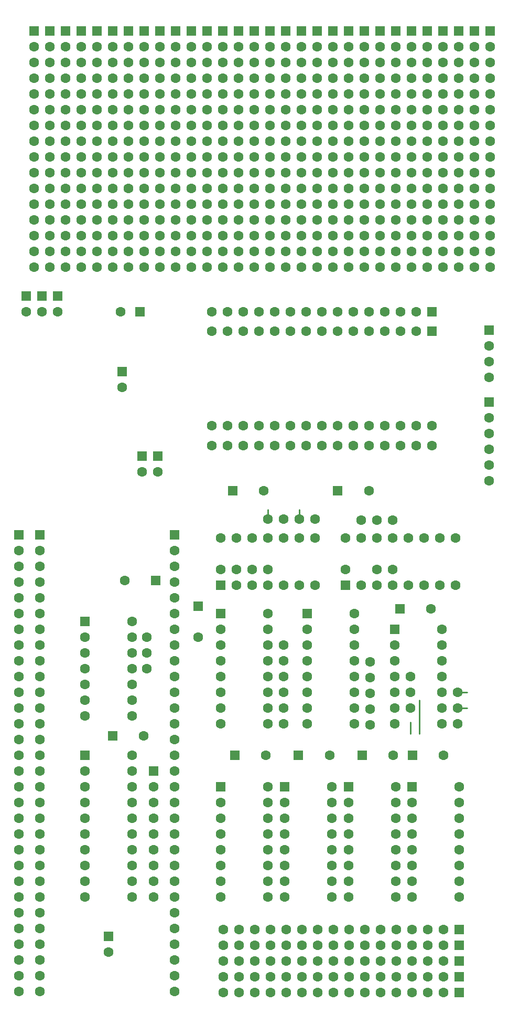
<source format=gbs>
%FSLAX46Y46*%
%MOIN*%
G01*
G75*
%ADD10C,0.063000*%
%AMRECT11*21,1,0.063000,0.063000,0.0,0.0,0.000000*%
%ADD11RECT11*%
%AMRECT12*21,1,0.063000,0.063000,0.0,0.0,-90.000000*%
%ADD12RECT12*%
%AMRECT13*21,1,0.063000,0.063000,0.0,0.0,-180.000000*%
%ADD13RECT13*%
%AMRECT14*21,1,0.063000,0.063000,0.0,0.0,-270.000000*%
%ADD14RECT14*%
%ADD15C,0.010000*%
D10*
X1818750Y1933600D03*
X950000Y2483600D03*
X2625000Y2233600D03*
X2368750Y1927350D03*
X1818750Y2233600D03*
X1818750Y2333600D03*
X2925000Y2033600D03*
X2625000Y2033600D03*
X2368750Y2127350D03*
X1818750Y2033600D03*
X1818750Y2133600D03*
X1818750Y2433600D03*
X2368750Y2327350D03*
X2925000Y1933600D03*
X2625000Y2133600D03*
X2368750Y2027350D03*
X2368750Y2227350D03*
X2925000Y2133600D03*
X950000Y2283600D03*
X950000Y2383600D03*
X1718750Y3233600D03*
X1418750Y2914850D03*
X1818750Y3233600D03*
X2512500Y2914850D03*
X1618750Y2914850D03*
X1518750Y2914850D03*
X1918750Y3233600D03*
X1718750Y2914850D03*
X2412500Y2914850D03*
X2412500Y3227350D03*
X2512500Y3227350D03*
X2312500Y3227350D03*
X2212500Y2914850D03*
X2131250Y5433600D03*
X2231250Y6233600D03*
X1131250Y5333600D03*
X231250Y6133600D03*
X1131250Y5033600D03*
X2031250Y5633600D03*
X3131250Y5633600D03*
X3031250Y5533600D03*
X2831250Y6033600D03*
X1931250Y5333600D03*
X137500Y1133600D03*
X2731250Y5233600D03*
X831250Y6033600D03*
X631250Y5233600D03*
X1331250Y5133600D03*
X1718750Y1033600D03*
X1125000Y733600D03*
X1431250Y6233600D03*
X1718750Y2533600D03*
X268750Y833600D03*
X1431250Y5533600D03*
X918750Y3533600D03*
X1831250Y5433600D03*
X2231250Y5633600D03*
X831250Y5433600D03*
X1125000Y2833600D03*
X2268750Y2233600D03*
X993750Y1333600D03*
X2031250Y5933600D03*
X268750Y2133600D03*
X2931250Y5233600D03*
X2831250Y4933600D03*
X268750Y1133600D03*
X1125000Y333600D03*
X231250Y5233600D03*
X2937500Y1333600D03*
X2631250Y5033600D03*
X2631250Y5533600D03*
X3031250Y5933600D03*
X1031250Y4833600D03*
X1431250Y5933600D03*
X2031250Y5233600D03*
X268750Y1033600D03*
X1731250Y5133600D03*
X1718750Y2033600D03*
X1718750Y833600D03*
X2731250Y5533600D03*
X1931250Y4933600D03*
X2937500Y833600D03*
X3131250Y4933600D03*
X631250Y5033600D03*
X2125000Y1133600D03*
X1131250Y4933600D03*
X1331250Y6233600D03*
X2531250Y1533600D03*
X1631250Y5433600D03*
X268750Y2333600D03*
X3031250Y4933600D03*
X1731250Y6033600D03*
X1831250Y5233600D03*
X431250Y5433600D03*
X2831250Y6133600D03*
X2931250Y4933600D03*
X331250Y5933600D03*
X2531250Y6033600D03*
X1031250Y5533600D03*
X3131250Y4833600D03*
X1231250Y5233600D03*
X1731250Y5633600D03*
X2931250Y5733600D03*
X2825000Y2233600D03*
X2931250Y5033600D03*
X1331250Y6133600D03*
X137500Y433600D03*
X2931250Y5833600D03*
X631250Y5733600D03*
X731250Y5833600D03*
X231250Y5533600D03*
X2231250Y5333600D03*
X137500Y1233600D03*
X1531250Y5733600D03*
X2268750Y1933600D03*
X137500Y333600D03*
X531250Y6233600D03*
X1931250Y5233600D03*
X1131250Y6133600D03*
X1125000Y1133600D03*
X2531250Y5133600D03*
X1931250Y6033600D03*
X2231250Y5233600D03*
X431250Y5733600D03*
X231250Y5633600D03*
X1931250Y5133600D03*
X2531250Y1133600D03*
X1831250Y6033600D03*
X531250Y5933600D03*
X2531250Y5633600D03*
X3031250Y5733600D03*
X1231250Y5933600D03*
X2831250Y5933600D03*
X2331250Y6233600D03*
X1931250Y5833600D03*
X268750Y3033600D03*
X831250Y5933600D03*
X1718750Y1333600D03*
X137500Y1533600D03*
X2231250Y6033600D03*
X2031250Y5033600D03*
X1931250Y5033600D03*
X731250Y5233600D03*
X1931250Y5533600D03*
X268750Y633600D03*
X268750Y2033600D03*
X431250Y6133600D03*
X231250Y5833600D03*
X431250Y5233600D03*
X1125000Y1233600D03*
X856250Y2083600D03*
X2431250Y5333600D03*
X2531250Y933600D03*
X2931250Y6133600D03*
X1531250Y4933600D03*
X2931250Y5133600D03*
X2931250Y4833600D03*
X3031250Y5433600D03*
X1031250Y5333600D03*
X2331250Y5633600D03*
X1125000Y433600D03*
X2431250Y5433600D03*
X2231250Y4933600D03*
X2331250Y5033600D03*
X2268750Y2533600D03*
X1531250Y5333600D03*
X631250Y5333600D03*
X1331250Y5933600D03*
X1831250Y5733600D03*
X268750Y733600D03*
X1331250Y5733600D03*
X2431250Y5633600D03*
X1931250Y6133600D03*
X1131250Y6233600D03*
X3125000Y4333600D03*
X631250Y5533600D03*
X1231250Y6233600D03*
X2831250Y5633600D03*
X1531250Y6033600D03*
X3031250Y5033600D03*
X331250Y5633600D03*
X137500Y633600D03*
X1931250Y5633600D03*
X3031250Y6233600D03*
X2731250Y5033600D03*
X731250Y5533600D03*
X3131250Y6033600D03*
X3131250Y5733600D03*
X2431250Y5533600D03*
X2431250Y4833600D03*
X1831250Y4833600D03*
X268750Y1533600D03*
X2231250Y6133600D03*
X631250Y5433600D03*
X993750Y933600D03*
X831250Y6133600D03*
X1431250Y5433600D03*
X1831250Y5833600D03*
X856250Y1983600D03*
X331250Y4933600D03*
X2431250Y5933600D03*
X1231250Y5633600D03*
X1718750Y2433600D03*
X1731250Y4933600D03*
X268750Y1733600D03*
X2031250Y4933600D03*
X1718750Y1433600D03*
X137500Y2633600D03*
X2731250Y5633600D03*
X1125000Y1533600D03*
X3031250Y5833600D03*
X631250Y6033600D03*
X1731250Y5933600D03*
X1931250Y5933600D03*
X2931250Y5333600D03*
X2131250Y5233600D03*
X631250Y4833600D03*
X2825000Y2333600D03*
X1631250Y5033600D03*
X1718750Y2633600D03*
X1531250Y5533600D03*
X2431250Y5833600D03*
X2031250Y5333600D03*
X2131250Y5833600D03*
X137500Y2933600D03*
X1131250Y5833600D03*
X331250Y6133600D03*
X1631250Y5633600D03*
X331250Y6033600D03*
X856250Y1233600D03*
X1631250Y5533600D03*
X1125000Y633600D03*
X1731250Y5233600D03*
X1718750Y1133600D03*
X1831250Y5533600D03*
X3125000Y3577350D03*
X1531250Y5833600D03*
X431250Y6233600D03*
X731250Y5633600D03*
X1031250Y5733600D03*
X856250Y2383600D03*
X3125000Y3777350D03*
X2268750Y2633600D03*
X2731250Y6233600D03*
X731250Y5333600D03*
X2631250Y5833600D03*
X831250Y4933600D03*
X2531250Y5233600D03*
X1431250Y5233600D03*
X1231250Y4833600D03*
X931250Y6133600D03*
X2131250Y5733600D03*
X3031250Y4833600D03*
X856250Y1733600D03*
X931250Y5333600D03*
X2531250Y833600D03*
X137500Y1933600D03*
X1125000Y1933600D03*
X2125000Y833600D03*
X2531250Y4933600D03*
X1331250Y4833600D03*
X2131250Y6033600D03*
X1031250Y6233600D03*
X2937500Y1233600D03*
X631250Y5933600D03*
X993750Y1433600D03*
X2631250Y5233600D03*
X1331250Y4933600D03*
X2131250Y4933600D03*
X431250Y5633600D03*
X1531250Y5933600D03*
X1331250Y5333600D03*
X137500Y1633600D03*
X268750Y933600D03*
X137500Y2133600D03*
X2531250Y6233600D03*
X993750Y1133600D03*
X331250Y6233600D03*
X1731250Y4833600D03*
X2937500Y1033600D03*
X1125000Y233600D03*
X268750Y2533600D03*
X2731250Y4933600D03*
X531250Y5533600D03*
X1531250Y5633600D03*
X2231250Y5133600D03*
X1131250Y5633600D03*
X2431250Y5733600D03*
X431250Y4933600D03*
X2931250Y5533600D03*
X1631250Y5133600D03*
X1125000Y933600D03*
X2831250Y5533600D03*
X1718750Y1233600D03*
X137500Y3033600D03*
X531250Y6033600D03*
X2631250Y4933600D03*
X3125000Y4233600D03*
X3031250Y6033600D03*
X2937500Y933600D03*
X1031250Y5933600D03*
X831250Y5833600D03*
X268750Y2233600D03*
X1125000Y3033600D03*
X931250Y5733600D03*
X431250Y5833600D03*
X856250Y933600D03*
X1631250Y6133600D03*
X331250Y4833600D03*
X1031250Y5133600D03*
X2331250Y5433600D03*
X856250Y833600D03*
X831250Y4833600D03*
X1331250Y5233600D03*
X2931250Y5633600D03*
X331250Y5533600D03*
X2331250Y4833600D03*
X531250Y5133600D03*
X531250Y5733600D03*
X993750Y1233600D03*
X1031250Y5633600D03*
X856250Y1433600D03*
X1031250Y5033600D03*
X331250Y5833600D03*
X2531250Y5333600D03*
X1125000Y1433600D03*
X2825000Y2433600D03*
X631250Y4933600D03*
X268750Y1833600D03*
X931250Y6233600D03*
X2431250Y5233600D03*
X831250Y5133600D03*
X268750Y2633600D03*
X1031250Y6133600D03*
X2937500Y1433600D03*
X1331250Y6033600D03*
X331250Y5133600D03*
X1331250Y5633600D03*
X2268750Y2033600D03*
X231250Y5033600D03*
X1731250Y5733600D03*
X268750Y1933600D03*
X137500Y1333600D03*
X137500Y1033600D03*
X2031250Y5133600D03*
X2431250Y6233600D03*
X137500Y2433600D03*
X2831250Y6233600D03*
X2125000Y1033600D03*
X731250Y5733600D03*
X931250Y5933600D03*
X1331250Y5533600D03*
X3125000Y3877350D03*
X2231250Y5033600D03*
X1531250Y5033600D03*
X2431250Y5133600D03*
X2531250Y5833600D03*
X1231250Y4933600D03*
X2331250Y5833600D03*
X2125000Y933600D03*
X2331250Y4933600D03*
X1031250Y5433600D03*
X1125000Y533600D03*
X1631250Y5833600D03*
X2731250Y5733600D03*
X731250Y5033600D03*
X331250Y5433600D03*
X1831250Y5633600D03*
X1631250Y5333600D03*
X2331250Y5533600D03*
X1231250Y5133600D03*
X1231250Y5833600D03*
X1431250Y5133600D03*
X1431250Y5633600D03*
X1431250Y5333600D03*
X831250Y5633600D03*
X1131250Y4833600D03*
X1718750Y933600D03*
X3125000Y3677350D03*
X731250Y5433600D03*
X2231250Y5533600D03*
X2431250Y6033600D03*
X2531250Y5033600D03*
X2331250Y5233600D03*
X856250Y1333600D03*
X268750Y433600D03*
X1731250Y5533600D03*
X231250Y6233600D03*
X137500Y2733600D03*
X431250Y5033600D03*
X2431250Y5033600D03*
X631250Y5133600D03*
X1831250Y5133600D03*
X2731250Y6033600D03*
X3031250Y5233600D03*
X1731250Y5033600D03*
X2831250Y5233600D03*
X1131250Y5133600D03*
X1331250Y5433600D03*
X1131250Y5233600D03*
X431250Y5533600D03*
X931250Y5633600D03*
X2531250Y4833600D03*
X2937500Y1533600D03*
X2731250Y5933600D03*
X1831250Y4933600D03*
X231250Y5433600D03*
X268750Y1333600D03*
X1431250Y4933600D03*
X2031250Y5533600D03*
X2231250Y4833600D03*
X137500Y933600D03*
X1231250Y5433600D03*
X931250Y5433600D03*
X2031250Y5433600D03*
X531250Y4833600D03*
X1125000Y2033600D03*
X731250Y6133600D03*
X2731250Y5133600D03*
X531250Y5333600D03*
X831250Y5233600D03*
X1631250Y6033600D03*
X2268750Y2333600D03*
X2531250Y5433600D03*
X1931250Y5433600D03*
X1431250Y4833600D03*
X2131250Y6233600D03*
X1431250Y6133600D03*
X3131250Y5233600D03*
X2231250Y5833600D03*
X231250Y5133600D03*
X1018750Y3533600D03*
X931250Y4833600D03*
X631250Y6133600D03*
X2125000Y1533600D03*
X2331250Y5333600D03*
X2631250Y5133600D03*
X1718750Y2233600D03*
X3131250Y6233600D03*
X1231250Y5533600D03*
X137500Y233600D03*
X2937500Y1133600D03*
X2531250Y1033600D03*
X431250Y5133600D03*
X631250Y6233600D03*
X1131250Y5433600D03*
X1531250Y6233600D03*
X431250Y5333600D03*
X268750Y1233600D03*
X856250Y2183600D03*
X281250Y4552350D03*
X856250Y2283600D03*
X3131250Y5133600D03*
X856250Y2483600D03*
X1831250Y5933600D03*
X2431250Y6133600D03*
X1231250Y5333600D03*
X3131250Y5533600D03*
X3031250Y5133600D03*
X2831250Y5833600D03*
X731250Y4833600D03*
X1231250Y5033600D03*
X1131250Y5533600D03*
X1431250Y6033600D03*
X137500Y1833600D03*
X2125000Y1233600D03*
X1731250Y6233600D03*
X181250Y4552350D03*
X1931250Y4833600D03*
X1275000Y2485175D03*
X3131250Y5033600D03*
X2531250Y1433600D03*
X231250Y4933600D03*
X137500Y733600D03*
X2125000Y1333600D03*
X2831250Y5033600D03*
X931250Y5233600D03*
X2331250Y5933600D03*
X856250Y1633600D03*
X2131250Y5633600D03*
X2631250Y5633600D03*
X1631250Y5933600D03*
X2831250Y5733600D03*
X1231250Y5733600D03*
X993750Y833600D03*
X331250Y5333600D03*
X1631250Y6233600D03*
X2531250Y6133600D03*
X1431250Y5033600D03*
X231250Y5733600D03*
X731250Y6033600D03*
X1718750Y2133600D03*
X1831250Y6133600D03*
X268750Y2833600D03*
X1831250Y5333600D03*
X1718750Y2333600D03*
X3131250Y6133600D03*
X2531250Y5933600D03*
X856250Y1533600D03*
X268750Y533600D03*
X831250Y6233600D03*
X1631250Y4833600D03*
X2131250Y5033600D03*
X1125000Y2333600D03*
X931250Y6033600D03*
X2131250Y5333600D03*
X1331250Y5833600D03*
X2031250Y5833600D03*
X1125000Y1733600D03*
X1031250Y5833600D03*
X2531250Y5733600D03*
X2731250Y5833600D03*
X1431250Y5833600D03*
X268750Y2933600D03*
X2131250Y4833600D03*
X1831250Y5033600D03*
X631250Y5833600D03*
X531250Y5833600D03*
X531250Y5633600D03*
X1125000Y2733600D03*
X631250Y5633600D03*
X2331250Y5133600D03*
X931250Y5533600D03*
X2831250Y5133600D03*
X431250Y4833600D03*
X1531250Y5433600D03*
X2831250Y4833600D03*
X231250Y5933600D03*
X331250Y5233600D03*
X1125000Y2233600D03*
X1231250Y6033600D03*
X731250Y5933600D03*
X1431250Y5733600D03*
X2831250Y5433600D03*
X531250Y5233600D03*
X831250Y5033600D03*
X2631250Y6133600D03*
X2631250Y5333600D03*
X2631250Y5433600D03*
X2731250Y5333600D03*
X2268750Y2433600D03*
X793750Y4071100D03*
X1125000Y1833600D03*
X2631250Y6033600D03*
X2031250Y6033600D03*
X3125000Y4133600D03*
X1631250Y5733600D03*
X1631250Y4933600D03*
X1131250Y5733600D03*
X137500Y1733600D03*
X993750Y1533600D03*
X2031250Y6133600D03*
X2731250Y5433600D03*
X2631250Y5733600D03*
X1125000Y833600D03*
X531250Y6133600D03*
X431250Y5933600D03*
X1718750Y1933600D03*
X137500Y833600D03*
X137500Y2833600D03*
X268750Y1433600D03*
X331250Y5733600D03*
X856250Y1033600D03*
X1731250Y6133600D03*
X2531250Y1333600D03*
X856250Y2583600D03*
X1125000Y2533600D03*
X2531250Y1233600D03*
X137500Y2233600D03*
X2231250Y5933600D03*
X1131250Y6033600D03*
X2631250Y6233600D03*
X2731250Y4833600D03*
X137500Y1433600D03*
X931250Y4933600D03*
X231250Y5333600D03*
X268750Y333600D03*
X1731250Y5433600D03*
X231250Y4833600D03*
X1125000Y2433600D03*
X1531250Y4833600D03*
X3131250Y5933600D03*
X2831250Y5333600D03*
X2825000Y2133600D03*
X831250Y5333600D03*
X931250Y5833600D03*
X2531250Y5533600D03*
X231250Y6033600D03*
X1931250Y5733600D03*
X268750Y233600D03*
X2131250Y6133600D03*
X1531250Y5133600D03*
X2931250Y5933600D03*
X731250Y6233600D03*
X2131250Y5533600D03*
X1125000Y1633600D03*
X2631250Y5933600D03*
X137500Y533600D03*
X731250Y4933600D03*
X831250Y5733600D03*
X731250Y5133600D03*
X2131250Y5933600D03*
X137500Y2333600D03*
X531250Y5433600D03*
X268750Y2433600D03*
X3131250Y5433600D03*
X531250Y4933600D03*
X2431250Y4933600D03*
X137500Y2533600D03*
X3131250Y5333600D03*
X3031250Y5633600D03*
X856250Y1133600D03*
X2331250Y6033600D03*
X931250Y5133600D03*
X1031250Y4933600D03*
X2931250Y6233600D03*
X2031250Y6233600D03*
X2825000Y1933600D03*
X1718750Y1533600D03*
X1125000Y2933600D03*
X931250Y5033600D03*
X2031250Y5733600D03*
X1931250Y6233600D03*
X1731250Y5333600D03*
X1531250Y6133600D03*
X3131250Y5833600D03*
X531250Y5033600D03*
X2731250Y6133600D03*
X2631250Y4833600D03*
X2268750Y2133600D03*
X2231250Y5733600D03*
X1331250Y5033600D03*
X1131250Y5933600D03*
X1125000Y2633600D03*
X268750Y2733600D03*
X2331250Y6133600D03*
X1125000Y1033600D03*
X3031250Y6133600D03*
X431250Y6033600D03*
X2825000Y2533600D03*
X1531250Y5233600D03*
X2331250Y5733600D03*
X1231250Y6133600D03*
X331250Y5033600D03*
X3125000Y3477350D03*
X1031250Y6033600D03*
X2131250Y5133600D03*
X137500Y2033600D03*
X1125000Y2133600D03*
X381250Y4552350D03*
X706250Y483600D03*
X2931250Y6033600D03*
X1631250Y5233600D03*
X2031250Y4833600D03*
X1831250Y6233600D03*
X2825000Y2033600D03*
X831250Y5533600D03*
X2931250Y5433600D03*
X2231250Y5433600D03*
X2125000Y1433600D03*
X1031250Y5233600D03*
X3031250Y5333600D03*
X1125000Y1333600D03*
X1731250Y5833600D03*
X993750Y1033600D03*
X268750Y1633600D03*
X2362500Y3702350D03*
X1562500Y3702350D03*
X2737500Y627350D03*
X1737500Y427350D03*
X1837500Y427350D03*
X2437500Y627350D03*
X2337500Y227350D03*
X2537500Y627350D03*
X2662500Y3827350D03*
X1537500Y627350D03*
X1437500Y627350D03*
X2037500Y227350D03*
X2637500Y427350D03*
X1437500Y327350D03*
X2837500Y627350D03*
X1937500Y527350D03*
X2637500Y527350D03*
X2037500Y427350D03*
X2037500Y327350D03*
X2262500Y3827350D03*
X1537500Y227350D03*
X2437500Y427350D03*
X2837500Y327350D03*
X1662500Y3827350D03*
X1662500Y3702350D03*
X2162500Y3702350D03*
X1437500Y227350D03*
X1818750Y2814850D03*
X2312500Y2814850D03*
X2537500Y427350D03*
X1537500Y327350D03*
X2562500Y3827350D03*
X2137500Y627350D03*
X1937500Y327350D03*
X2337500Y527350D03*
X2062500Y3702350D03*
X1718750Y2814850D03*
X2462500Y3702350D03*
X2537500Y227350D03*
X1837500Y327350D03*
X1537500Y427350D03*
X2612500Y2814850D03*
X1362500Y3827350D03*
X1618750Y2814850D03*
X2562500Y3702350D03*
X2737500Y227350D03*
X1462500Y3827350D03*
X2018750Y2814850D03*
X2512500Y2814850D03*
X2237500Y527350D03*
X1737500Y627350D03*
X2362500Y3827350D03*
X2437500Y327350D03*
X2062500Y3827350D03*
X1918750Y2814850D03*
X1837500Y227350D03*
X1762500Y3702350D03*
X1562500Y3827350D03*
X2137500Y227350D03*
X1437500Y527350D03*
X2037500Y527350D03*
X2737500Y527350D03*
X2337500Y627350D03*
X2737500Y427350D03*
X2137500Y427350D03*
X2812500Y2814850D03*
X1637500Y427350D03*
X1437500Y427350D03*
X1462500Y3702350D03*
X807825Y2846100D03*
X1862500Y3702350D03*
X1937500Y427350D03*
X2637500Y227350D03*
X1518750Y2814850D03*
X1937500Y227350D03*
X2737500Y327350D03*
X2437500Y227350D03*
X1937500Y627350D03*
X1637500Y327350D03*
X2762500Y3702350D03*
X781250Y4552350D03*
X2912500Y2814850D03*
X2437500Y527350D03*
X1637500Y227350D03*
X2237500Y327350D03*
X2237500Y427350D03*
X2837500Y227350D03*
X2412500Y2814850D03*
X1962500Y3827350D03*
X2837500Y427350D03*
X2237500Y627350D03*
X1737500Y327350D03*
X2762500Y3827350D03*
X1737500Y227350D03*
X2337500Y427350D03*
X1837500Y627350D03*
X2137500Y527350D03*
X1837500Y527350D03*
X1637500Y527350D03*
X2462500Y3827350D03*
X1362500Y3702350D03*
X2537500Y327350D03*
X2537500Y527350D03*
X1962500Y3702350D03*
X2262500Y3702350D03*
X1862500Y3827350D03*
X2712500Y2814850D03*
X1762500Y3827350D03*
X2637500Y327350D03*
X2037500Y627350D03*
X2162500Y3827350D03*
X2837500Y527350D03*
X2237500Y227350D03*
X1537500Y527350D03*
X1637500Y627350D03*
X2337500Y327350D03*
X2662500Y3702350D03*
X1737500Y527350D03*
X2137500Y327350D03*
X2637500Y627350D03*
X1825000Y833600D03*
X1968750Y1933600D03*
X1418750Y2133600D03*
X2637500Y833600D03*
X2525000Y2233600D03*
X1418750Y1133600D03*
X1418750Y1333600D03*
X556250Y1983600D03*
X2231250Y1333600D03*
X556250Y2383600D03*
X1825000Y933600D03*
X1418750Y2033600D03*
X1418750Y2533600D03*
X556250Y2183600D03*
X2231250Y1133600D03*
X1418750Y2433600D03*
X2525000Y1933600D03*
X1825000Y1133600D03*
X1825000Y1233600D03*
X2637500Y933600D03*
X556250Y1633600D03*
X1418750Y1933600D03*
X2231250Y1033600D03*
X2637500Y1433600D03*
X556250Y1233600D03*
X2231250Y833600D03*
X556250Y933600D03*
X2525000Y2033600D03*
X556250Y1033600D03*
X556250Y833600D03*
X2525000Y2333600D03*
X556250Y2283600D03*
X1968750Y2233600D03*
X556250Y2483600D03*
X1968750Y2533600D03*
X2637500Y1033600D03*
X2231250Y1233600D03*
X1825000Y1033600D03*
X556250Y2083600D03*
X1968750Y2433600D03*
X556250Y1333600D03*
X556250Y1533600D03*
X1825000Y1433600D03*
X1418750Y2233600D03*
X556250Y1433600D03*
X1418750Y933600D03*
X1418750Y1433600D03*
X1825000Y1333600D03*
X2231250Y1433600D03*
X1968750Y2133600D03*
X1968750Y2033600D03*
X1418750Y833600D03*
X556250Y1133600D03*
X2637500Y1333600D03*
X1418750Y1233600D03*
X1418750Y1033600D03*
X1968750Y2333600D03*
X2637500Y1233600D03*
X2525000Y2433600D03*
X2637500Y1133600D03*
X2525000Y2133600D03*
X1418750Y2333600D03*
X2231250Y933600D03*
X1918750Y3114850D03*
X1618750Y3114850D03*
X2562500Y4427350D03*
X1562500Y4552350D03*
X2212500Y3114850D03*
X2362500Y4427350D03*
X1418750Y3114850D03*
X1718750Y3114850D03*
X1518750Y3114850D03*
X929675Y1858600D03*
X2562500Y4552350D03*
X2662500Y4427350D03*
X1662500Y4552350D03*
X2812500Y3114850D03*
X2362500Y4552350D03*
X2462500Y4552350D03*
X2262500Y4427350D03*
X1862500Y4552350D03*
X1562500Y4427350D03*
X1818750Y3114850D03*
X1762500Y4552350D03*
X2062500Y4427350D03*
X2262500Y4552350D03*
X1662500Y4427350D03*
X2062500Y4552350D03*
X1462500Y4427350D03*
X2412500Y3114850D03*
X2360925Y3414850D03*
X1862500Y4427350D03*
X2162500Y4552350D03*
X1762500Y4427350D03*
X1962500Y4427350D03*
X1362500Y4427350D03*
X2754675Y2664850D03*
X2912500Y3114850D03*
X2162500Y4427350D03*
X2512500Y3114850D03*
X2018750Y3114850D03*
X1462500Y4552350D03*
X2462500Y4427350D03*
X2517175Y1733600D03*
X1692175Y3414850D03*
X2712500Y3114850D03*
X2662500Y4552350D03*
X1704675Y1733600D03*
X2110925Y1733600D03*
X2835925Y1733600D03*
X2612500Y3114850D03*
X1362500Y4552350D03*
X2312500Y3114850D03*
X1962500Y4552350D03*
D11*
X1031250Y6333600D03*
X2131250Y6333600D03*
X3125000Y4433600D03*
X331250Y6333600D03*
X2031250Y6333600D03*
X1831250Y6333600D03*
X3125000Y3977350D03*
X1125000Y3133600D03*
X793750Y4171100D03*
X918750Y3633600D03*
X2631250Y6333600D03*
X381250Y4652350D03*
X431250Y6333600D03*
X1531250Y6333600D03*
X3131250Y6333600D03*
X1931250Y6333600D03*
X531250Y6333600D03*
X1231250Y6333600D03*
X631250Y6333600D03*
X268750Y3133600D03*
X1631250Y6333600D03*
X137500Y3133600D03*
X1331250Y6333600D03*
X931250Y6333600D03*
X281250Y4652350D03*
X2931250Y6333600D03*
X1275000Y2682025D03*
X2531250Y6333600D03*
X2331250Y6333600D03*
X2231250Y6333600D03*
X993750Y1633600D03*
X2831250Y6333600D03*
X731250Y6333600D03*
X831250Y6333600D03*
X2731250Y6333600D03*
X181250Y4652350D03*
X706250Y583600D03*
X1131250Y6333600D03*
X231250Y6333600D03*
X2431250Y6333600D03*
X3031250Y6333600D03*
X1431250Y6333600D03*
X1731250Y6333600D03*
X1018750Y3633600D03*
D12*
X1004675Y2846100D03*
X1418750Y2814850D03*
X2937500Y627350D03*
X2937500Y427350D03*
X2937500Y327350D03*
X906250Y4552350D03*
X2937500Y227350D03*
X2212500Y2814850D03*
X2937500Y527350D03*
D13*
X556250Y1733600D03*
X2637500Y1533600D03*
X1825000Y1533600D03*
X2525000Y2533600D03*
X1418750Y2633600D03*
X556250Y2583600D03*
X1968750Y2633600D03*
X2231250Y1533600D03*
X1418750Y1533600D03*
D14*
X2557825Y2664850D03*
X2164075Y3414850D03*
X1914075Y1733600D03*
X1495325Y3414850D03*
X2762500Y4427350D03*
X2762500Y4552350D03*
X2320325Y1733600D03*
X1507825Y1733600D03*
X732825Y1858600D03*
X2639075Y1733600D03*
D10*
X2018750Y3233600D03*
D15*
X2925000Y2133600D02*
X2987500Y2133600D01*
X2625000Y1946100D02*
X2625000Y1871100D01*
X2681250Y2083600D02*
X2681250Y1871100D01*
X1918750Y3233600D02*
X1918750Y3296100D01*
X1718750Y3233600D02*
X1718750Y3296100D01*
X2925000Y2033600D02*
X2987500Y2033600D01*
M02*

</source>
